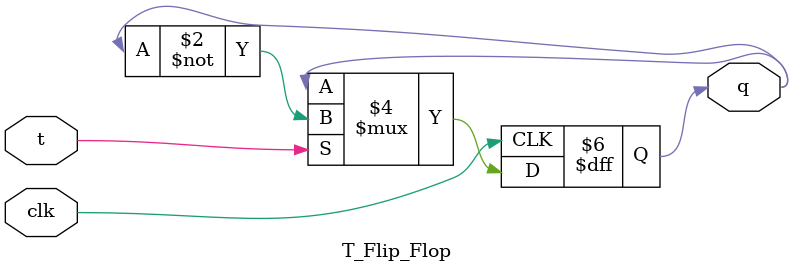
<source format=v>
`timescale 1ns / 1ps
module counter(clk, c0, c1, c2);
    input clk;
    output c0, c1, c2;
    
    wire w1, w2;
    
    T_Flip_Flop mod1(.clk(clk), .t(1'b1), .q(w1));
    
    T_Flip_Flop mod2(.clk(clk),  .t(w1), .q(w2));
    
    T_Flip_Flop mod3(.clk(clk),  .t(w1 & w2), .q(c2));

    assign c0 = w1;
    assign c1 = w2;

endmodule


module T_Flip_Flop(clk, t, q);
    input clk, t;
    output reg q = 1'b0;
    
    always @(posedge clk) begin
        if (t) 
            q <= ~q;
    end
endmodule

</source>
